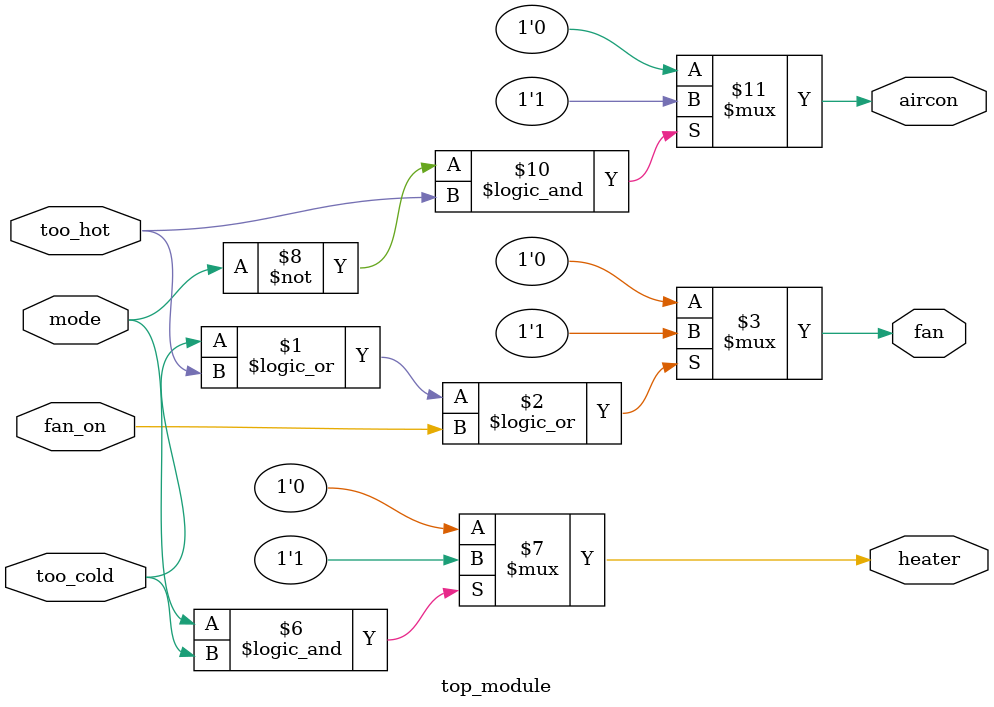
<source format=sv>
module top_module(
    input mode,
    input too_cold,
    input too_hot,
    input fan_on,
    output heater,
    output aircon,
    output fan
);

    assign fan = (too_cold || too_hot || fan_on) ? 1'b1 : 1'b0;
    assign heater = (mode == 1 && too_cold == 1) ? 1'b1 : 1'b0;
    assign aircon = (mode == 0 && too_hot == 1) ? 1'b1 : 1'b0;

endmodule

</source>
